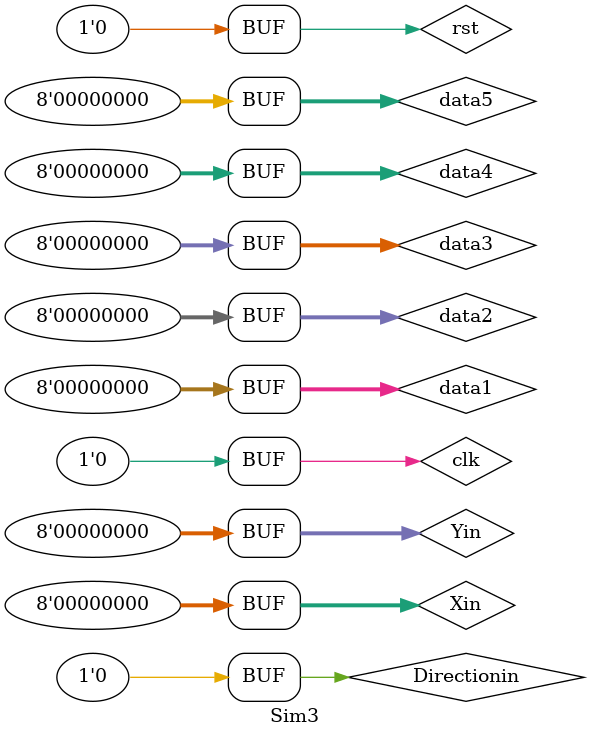
<source format=v>
`timescale 1ns / 1ps


module Sim3;

	// Inputs
	reg clk;
	reg rst;
	reg [7:0] Xin;
	reg [7:0] Yin;
	reg Directionin;
	reg [7:0] data1;
	reg [7:0] data2;
	reg [7:0] data3;
	reg [7:0] data4;
	reg [7:0] data5;

	// Outputs
	wire Directionout;
	wire [7:0] Xout;
	wire [7:0] Yout;
	wire [7:0] ImageReg1_1;
	wire [7:0] ImageReg1_2;
	wire [7:0] ImageReg1_3;
	wire [7:0] ImageReg1_4;
	wire [7:0] ImageReg1_5;
	wire [7:0] ImageReg2_1;
	wire [7:0] ImageReg2_2;
	wire [7:0] ImageReg2_3;
	wire [7:0] ImageReg2_4;
	wire [7:0] ImageReg2_5;
	wire [7:0] ImageReg3_1;
	wire [7:0] ImageReg3_2;
	wire [7:0] ImageReg3_3;
	wire [7:0] ImageReg3_4;
	wire [7:0] ImageReg3_5;
	wire [7:0] ImageReg4_1;
	wire [7:0] ImageReg4_2;
	wire [7:0] ImageReg4_3;
	wire [7:0] ImageReg4_4;
	wire [7:0] ImageReg4_5;
	wire [7:0] ImageReg5_1;
	wire [7:0] ImageReg5_2;
	wire [7:0] ImageReg5_3;
	wire [7:0] ImageReg5_4;
	wire [7:0] ImageReg5_5;

	// Instantiate the Unit Under Test (UUT)
	DoGUnit uut (
		.clk(clk), 
		.rst(rst), 
		.Xin(Xin), 
		.Yin(Yin), 
		.Directionin(Directionin), 
		.data1(data1), 
		.data2(data2), 
		.data3(data3), 
		.data4(data4), 
		.data5(data5), 
		.Directionout(Directionout), 
		.Xout(Xout), 
		.Yout(Yout), 
		.ImageReg1_1(ImageReg1_1), 
		.ImageReg1_2(ImageReg1_2), 
		.ImageReg1_3(ImageReg1_3), 
		.ImageReg1_4(ImageReg1_4), 
		.ImageReg1_5(ImageReg1_5), 
		.ImageReg2_1(ImageReg2_1), 
		.ImageReg2_2(ImageReg2_2), 
		.ImageReg2_3(ImageReg2_3), 
		.ImageReg2_4(ImageReg2_4), 
		.ImageReg2_5(ImageReg2_5), 
		.ImageReg3_1(ImageReg3_1), 
		.ImageReg3_2(ImageReg3_2), 
		.ImageReg3_3(ImageReg3_3), 
		.ImageReg3_4(ImageReg3_4), 
		.ImageReg3_5(ImageReg3_5), 
		.ImageReg4_1(ImageReg4_1), 
		.ImageReg4_2(ImageReg4_2), 
		.ImageReg4_3(ImageReg4_3), 
		.ImageReg4_4(ImageReg4_4), 
		.ImageReg4_5(ImageReg4_5), 
		.ImageReg5_1(ImageReg5_1), 
		.ImageReg5_2(ImageReg5_2), 
		.ImageReg5_3(ImageReg5_3), 
		.ImageReg5_4(ImageReg5_4), 
		.ImageReg5_5(ImageReg5_5)
	);

	initial begin
		// Initialize Inputs
		clk = 0;
		rst = 0;
		Xin = 0;
		Yin = 0;
		Directionin = 0;
		data1 = 0;
		data2 = 0;
		data3 = 0;
		data4 = 0;
		data5 = 0;

		// Wait 100 ns for global reset to finish
		#100;
        
		// Add stimulus here

	end
      
endmodule


</source>
